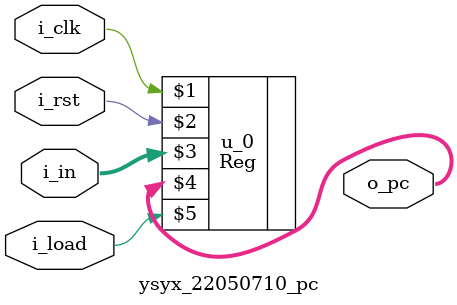
<source format=v>

module ysyx_22050710_pc (
  input i_clk,
  input i_rst,
  input i_load,
  input [63:0] i_in,
  output [63:0] o_pc
);
  
  /* always @* $display("%x", i_in); */
  always @* $display("%x", i_load);
  always @* $display("%x", i_clk);
  // 位宽为64bits, 复位值为64'h80000000, 写使能为i_load;
  Reg #(64, 64'h80000000) u_0 (i_clk, i_rst, i_in, o_pc, i_load);

endmodule

</source>
